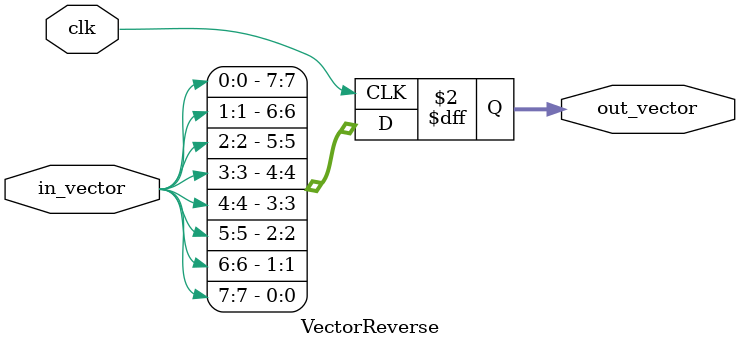
<source format=v>
module VectorReverse (
    input clk,
    input [7:0] in_vector,     // Input vector of 8 bits
    output reg [7:0] out_vector    // Output vector of 8 bits
);

reg [7:0] temp_vector;  // Temporary vector to hold the reversed values


always @(posedge clk) begin
    temp_vector[0] = in_vector[7];  // Reverse the elements
    temp_vector[1] = in_vector[6];
    temp_vector[2] = in_vector[5];
    temp_vector[3] = in_vector[4];
    temp_vector[4] = in_vector[3];
    temp_vector[5] = in_vector[2];
    temp_vector[6] = in_vector[1];
    temp_vector[7] = in_vector[0];
    out_vector <= temp_vector;
end


endmodule

</source>
